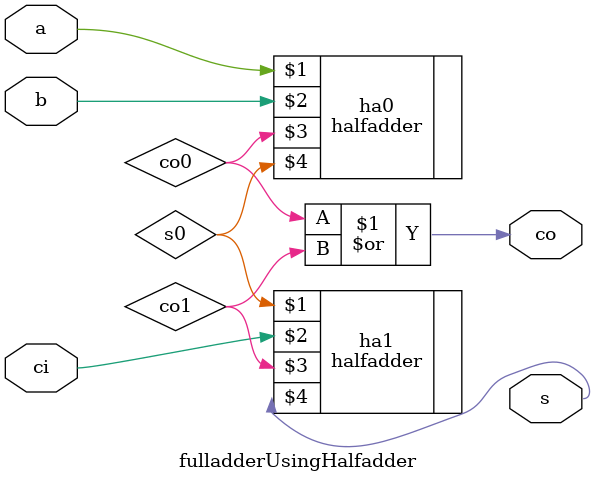
<source format=sv>
module fulladder
(
	input	logic	a,b,ci,
	output	logic	co,s
);
	assign co =
		(~a &  b &  ci) |//a=0,b=1,ci=1の項に対応
		( a & ~b &  ci) |//a=1,b=0,ci=1の項に対応
		( a &  b & ~ci) |//a=1,b=1,ci=0の項に対応
		( a &  b &  ci) ;//a=1,b=1,ci=1の項に対応
	assign s =
		( a & ~b & ~ci) |//a=1,b=0,ci=0の項に対応
		(~a &  b & ~ci) |//a=0,b=1,ci=0の項に対応
		(~a & ~b &  ci) |//a=0,b=0,ci=1の項に対応
		( a &  b &  ci) ;//a=1,b=1,ci=1の項に対応
endmodule

module fulladderUsingHalfadder
(
	input	logic	a,b,ci,
	output	logic	co,s
);
	wire co0,co1,s0;
	halfadder ha0(a,b,co0,s0);
	halfadder ha1(s0,ci,co1,s);
	assign co = co0 | co1;
endmodule

</source>
